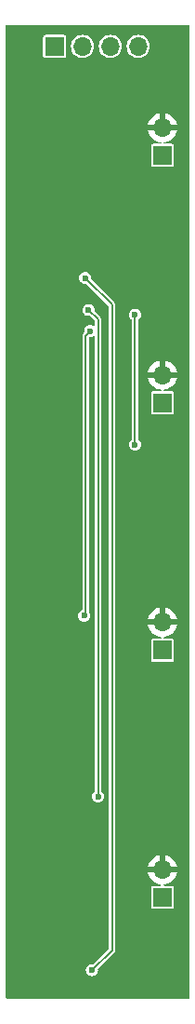
<source format=gbr>
%TF.GenerationSoftware,KiCad,Pcbnew,8.0.1*%
%TF.CreationDate,2025-01-22T20:34:06-07:00*%
%TF.ProjectId,VibrationBand,56696272-6174-4696-9f6e-42616e642e6b,rev?*%
%TF.SameCoordinates,Original*%
%TF.FileFunction,Copper,L2,Bot*%
%TF.FilePolarity,Positive*%
%FSLAX46Y46*%
G04 Gerber Fmt 4.6, Leading zero omitted, Abs format (unit mm)*
G04 Created by KiCad (PCBNEW 8.0.1) date 2025-01-22 20:34:06*
%MOMM*%
%LPD*%
G01*
G04 APERTURE LIST*
%TA.AperFunction,ComponentPad*%
%ADD10R,1.700000X1.700000*%
%TD*%
%TA.AperFunction,ComponentPad*%
%ADD11O,1.700000X1.700000*%
%TD*%
%TA.AperFunction,ViaPad*%
%ADD12C,0.600000*%
%TD*%
%TA.AperFunction,Conductor*%
%ADD13C,0.200000*%
%TD*%
G04 APERTURE END LIST*
D10*
%TO.P,J6,1,Pin_1*%
%TO.N,Net-(D4-A)*%
X119000000Y-127500000D03*
D11*
%TO.P,J6,2,Pin_2*%
%TO.N,Vout*%
X119000000Y-124960000D03*
%TD*%
D10*
%TO.P,J7,1,Pin_1*%
%TO.N,Vcc*%
X109170000Y-50090000D03*
D11*
%TO.P,J7,2,Pin_2*%
%TO.N,GND*%
X111710000Y-50090000D03*
%TO.P,J7,3,Pin_3*%
%TO.N,BPW34*%
X114250000Y-50090000D03*
%TO.P,J7,4,Pin_4*%
%TO.N,GND*%
X116790000Y-50090000D03*
%TD*%
D10*
%TO.P,J5,1,Pin_1*%
%TO.N,Net-(D3-A)*%
X119000000Y-105000000D03*
D11*
%TO.P,J5,2,Pin_2*%
%TO.N,Vout*%
X119000000Y-102460000D03*
%TD*%
D10*
%TO.P,J2,1,Pin_1*%
%TO.N,Net-(D1-A)*%
X119000000Y-60000000D03*
D11*
%TO.P,J2,2,Pin_2*%
%TO.N,Vout*%
X119000000Y-57460000D03*
%TD*%
D10*
%TO.P,J4,1,Pin_1*%
%TO.N,Net-(D2-A)*%
X119000000Y-82500000D03*
D11*
%TO.P,J4,2,Pin_2*%
%TO.N,Vout*%
X119000000Y-79960000D03*
%TD*%
D12*
%TO.N,Vout*%
X118110000Y-92730000D03*
X113740000Y-54400000D03*
X118480000Y-65940000D03*
X117870000Y-110330000D03*
%TO.N,Net-(U1-AREF{slash}PB0)*%
X116490000Y-74490000D03*
X116500000Y-86310000D03*
%TO.N,Net-(U1-PB1)*%
X112410000Y-76000000D03*
X111870000Y-101880000D03*
%TO.N,Net-(U1-PB2)*%
X112260000Y-74060000D03*
X113130000Y-118330000D03*
%TO.N,Net-(U1-XTAL2{slash}PB4)*%
X111960000Y-71150000D03*
X112570000Y-134110000D03*
%TD*%
D13*
%TO.N,Net-(U1-AREF{slash}PB0)*%
X116500000Y-86310000D02*
X116500000Y-74500000D01*
X116500000Y-74500000D02*
X116490000Y-74490000D01*
%TO.N,Net-(U1-PB1)*%
X111980000Y-76430000D02*
X112410000Y-76000000D01*
X111870000Y-101880000D02*
X111980000Y-101770000D01*
X111980000Y-101770000D02*
X111980000Y-76430000D01*
%TO.N,Net-(U1-PB2)*%
X113130000Y-74930000D02*
X113130000Y-118330000D01*
X112260000Y-74060000D02*
X113130000Y-74930000D01*
%TO.N,Net-(U1-XTAL2{slash}PB4)*%
X114400000Y-73590000D02*
X114400000Y-132280000D01*
X114400000Y-132280000D02*
X112570000Y-134110000D01*
X111960000Y-71150000D02*
X114400000Y-73590000D01*
%TD*%
%TA.AperFunction,Conductor*%
%TO.N,Vout*%
G36*
X121422638Y-48178093D02*
G01*
X121448358Y-48222642D01*
X121449500Y-48235700D01*
X121449500Y-136614300D01*
X121431907Y-136662638D01*
X121387358Y-136688358D01*
X121374300Y-136689500D01*
X104785700Y-136689500D01*
X104737362Y-136671907D01*
X104711642Y-136627358D01*
X104710500Y-136614300D01*
X104710500Y-101880000D01*
X111314750Y-101880000D01*
X111333670Y-102023709D01*
X111333671Y-102023711D01*
X111389139Y-102157626D01*
X111477378Y-102272621D01*
X111592373Y-102360860D01*
X111592374Y-102360860D01*
X111592375Y-102360861D01*
X111726291Y-102416330D01*
X111870000Y-102435250D01*
X112013709Y-102416330D01*
X112147625Y-102360861D01*
X112262621Y-102272621D01*
X112350861Y-102157625D01*
X112406330Y-102023709D01*
X112425250Y-101880000D01*
X112406330Y-101736291D01*
X112350861Y-101602375D01*
X112350860Y-101602374D01*
X112350860Y-101602373D01*
X112296040Y-101530930D01*
X112280500Y-101485151D01*
X112280500Y-76623950D01*
X112298093Y-76575612D01*
X112342642Y-76549892D01*
X112365514Y-76549393D01*
X112410000Y-76555250D01*
X112553709Y-76536330D01*
X112687625Y-76480861D01*
X112695534Y-76474791D01*
X112708520Y-76464828D01*
X112757579Y-76449359D01*
X112805103Y-76469043D01*
X112828856Y-76514670D01*
X112829500Y-76524487D01*
X112829500Y-117829607D01*
X112811907Y-117877945D01*
X112800084Y-117889262D01*
X112737379Y-117937379D01*
X112737377Y-117937381D01*
X112737375Y-117937383D01*
X112649139Y-118052373D01*
X112593671Y-118186288D01*
X112593670Y-118186291D01*
X112574750Y-118330000D01*
X112593670Y-118473709D01*
X112593671Y-118473711D01*
X112649139Y-118607626D01*
X112737378Y-118722621D01*
X112852373Y-118810860D01*
X112852374Y-118810860D01*
X112852375Y-118810861D01*
X112986291Y-118866330D01*
X113130000Y-118885250D01*
X113273709Y-118866330D01*
X113407625Y-118810861D01*
X113522621Y-118722621D01*
X113610861Y-118607625D01*
X113666330Y-118473709D01*
X113685250Y-118330000D01*
X113666330Y-118186291D01*
X113610861Y-118052375D01*
X113610860Y-118052374D01*
X113610860Y-118052373D01*
X113522624Y-117937383D01*
X113522621Y-117937379D01*
X113459918Y-117889265D01*
X113432282Y-117845882D01*
X113430500Y-117829607D01*
X113430500Y-74890439D01*
X113410020Y-74814009D01*
X113401660Y-74799529D01*
X113370460Y-74745489D01*
X113314511Y-74689540D01*
X112826316Y-74201345D01*
X112804576Y-74154725D01*
X112804932Y-74138361D01*
X112815250Y-74060000D01*
X112796330Y-73916291D01*
X112740861Y-73782375D01*
X112740860Y-73782374D01*
X112740860Y-73782373D01*
X112652621Y-73667378D01*
X112537626Y-73579139D01*
X112403711Y-73523671D01*
X112403709Y-73523670D01*
X112260000Y-73504750D01*
X112116291Y-73523670D01*
X112116288Y-73523670D01*
X112116288Y-73523671D01*
X111982373Y-73579139D01*
X111867378Y-73667378D01*
X111779139Y-73782373D01*
X111723671Y-73916288D01*
X111723670Y-73916291D01*
X111704750Y-74060000D01*
X111723670Y-74203709D01*
X111723671Y-74203711D01*
X111779139Y-74337626D01*
X111867378Y-74452621D01*
X111982373Y-74540860D01*
X111982374Y-74540860D01*
X111982375Y-74540861D01*
X112116291Y-74596330D01*
X112260000Y-74615250D01*
X112338357Y-74604933D01*
X112388575Y-74616066D01*
X112401345Y-74626316D01*
X112807474Y-75032445D01*
X112829214Y-75079065D01*
X112829500Y-75085619D01*
X112829500Y-75475512D01*
X112811907Y-75523850D01*
X112767358Y-75549570D01*
X112716700Y-75540637D01*
X112708522Y-75535173D01*
X112687625Y-75519139D01*
X112553709Y-75463670D01*
X112410000Y-75444750D01*
X112266291Y-75463670D01*
X112266288Y-75463670D01*
X112266288Y-75463671D01*
X112132373Y-75519139D01*
X112017378Y-75607378D01*
X111929139Y-75722373D01*
X111873671Y-75856288D01*
X111873670Y-75856291D01*
X111854750Y-76000000D01*
X111865065Y-76078355D01*
X111853931Y-76128576D01*
X111843684Y-76141343D01*
X111795490Y-76189539D01*
X111795488Y-76189540D01*
X111739543Y-76245484D01*
X111739539Y-76245490D01*
X111699979Y-76314009D01*
X111679500Y-76390439D01*
X111679500Y-101312803D01*
X111661907Y-101361141D01*
X111633078Y-101382279D01*
X111592372Y-101399139D01*
X111477378Y-101487378D01*
X111389139Y-101602373D01*
X111333671Y-101736288D01*
X111333670Y-101736291D01*
X111314750Y-101880000D01*
X104710500Y-101880000D01*
X104710500Y-71150000D01*
X111404750Y-71150000D01*
X111423670Y-71293709D01*
X111423671Y-71293711D01*
X111479139Y-71427626D01*
X111567378Y-71542621D01*
X111682373Y-71630860D01*
X111682374Y-71630860D01*
X111682375Y-71630861D01*
X111816291Y-71686330D01*
X111960000Y-71705250D01*
X112038357Y-71694933D01*
X112088575Y-71706066D01*
X112101345Y-71716316D01*
X114077474Y-73692445D01*
X114099214Y-73739065D01*
X114099500Y-73745619D01*
X114099500Y-132124380D01*
X114081907Y-132172718D01*
X114077474Y-132177554D01*
X112711345Y-133543682D01*
X112664725Y-133565422D01*
X112648356Y-133565065D01*
X112570000Y-133554750D01*
X112426291Y-133573670D01*
X112426288Y-133573670D01*
X112426288Y-133573671D01*
X112292373Y-133629139D01*
X112177378Y-133717378D01*
X112089139Y-133832373D01*
X112033671Y-133966288D01*
X112033670Y-133966291D01*
X112014750Y-134110000D01*
X112033670Y-134253709D01*
X112033671Y-134253711D01*
X112089139Y-134387626D01*
X112177378Y-134502621D01*
X112292373Y-134590860D01*
X112292374Y-134590860D01*
X112292375Y-134590861D01*
X112426291Y-134646330D01*
X112570000Y-134665250D01*
X112713709Y-134646330D01*
X112847625Y-134590861D01*
X112962621Y-134502621D01*
X113050861Y-134387625D01*
X113106330Y-134253709D01*
X113125250Y-134110000D01*
X113114933Y-134031641D01*
X113126067Y-133981423D01*
X113136311Y-133968658D01*
X114640460Y-132464511D01*
X114680021Y-132395989D01*
X114700500Y-132319562D01*
X114700500Y-125210000D01*
X117669364Y-125210000D01*
X117726568Y-125423490D01*
X117726570Y-125423494D01*
X117826398Y-125637576D01*
X117961885Y-125831072D01*
X117961896Y-125831085D01*
X118128914Y-125998103D01*
X118128927Y-125998114D01*
X118322423Y-126133601D01*
X118322423Y-126133602D01*
X118536505Y-126233429D01*
X118536509Y-126233430D01*
X118764683Y-126294569D01*
X118819736Y-126299386D01*
X118866356Y-126321126D01*
X118888096Y-126367746D01*
X118874782Y-126417433D01*
X118832645Y-126446938D01*
X118813182Y-126449500D01*
X118130251Y-126449500D01*
X118071770Y-126461132D01*
X118071768Y-126461133D01*
X118005448Y-126505448D01*
X117961133Y-126571768D01*
X117961132Y-126571770D01*
X117949500Y-126630251D01*
X117949500Y-128369748D01*
X117961132Y-128428229D01*
X117961133Y-128428231D01*
X118005448Y-128494552D01*
X118071769Y-128538867D01*
X118101010Y-128544683D01*
X118130251Y-128550500D01*
X118130252Y-128550500D01*
X119869749Y-128550500D01*
X119889242Y-128546622D01*
X119928231Y-128538867D01*
X119994552Y-128494552D01*
X120038867Y-128428231D01*
X120050500Y-128369748D01*
X120050500Y-126630252D01*
X120038867Y-126571769D01*
X119994552Y-126505448D01*
X119928231Y-126461133D01*
X119928229Y-126461132D01*
X119869749Y-126449500D01*
X119869748Y-126449500D01*
X119186818Y-126449500D01*
X119138480Y-126431907D01*
X119112760Y-126387358D01*
X119121693Y-126336700D01*
X119161098Y-126303635D01*
X119180264Y-126299386D01*
X119235316Y-126294569D01*
X119463490Y-126233430D01*
X119463494Y-126233429D01*
X119677576Y-126133602D01*
X119677576Y-126133601D01*
X119871072Y-125998114D01*
X119871085Y-125998103D01*
X120038103Y-125831085D01*
X120038114Y-125831072D01*
X120173601Y-125637576D01*
X120173602Y-125637576D01*
X120273429Y-125423494D01*
X120273431Y-125423490D01*
X120330636Y-125210000D01*
X119433012Y-125210000D01*
X119465925Y-125152993D01*
X119500000Y-125025826D01*
X119500000Y-124894174D01*
X119465925Y-124767007D01*
X119433012Y-124710000D01*
X120330636Y-124710000D01*
X120273431Y-124496509D01*
X120273429Y-124496505D01*
X120173603Y-124282427D01*
X120038107Y-124088918D01*
X119871085Y-123921896D01*
X119871072Y-123921885D01*
X119677576Y-123786398D01*
X119677576Y-123786397D01*
X119463494Y-123686570D01*
X119463490Y-123686568D01*
X119250000Y-123629364D01*
X119250000Y-124526988D01*
X119192993Y-124494075D01*
X119065826Y-124460000D01*
X118934174Y-124460000D01*
X118807007Y-124494075D01*
X118750000Y-124526988D01*
X118750000Y-123629364D01*
X118536509Y-123686568D01*
X118536505Y-123686570D01*
X118322427Y-123786396D01*
X118128918Y-123921892D01*
X117961892Y-124088918D01*
X117826396Y-124282427D01*
X117726570Y-124496505D01*
X117726568Y-124496509D01*
X117669364Y-124710000D01*
X118566988Y-124710000D01*
X118534075Y-124767007D01*
X118500000Y-124894174D01*
X118500000Y-125025826D01*
X118534075Y-125152993D01*
X118566988Y-125210000D01*
X117669364Y-125210000D01*
X114700500Y-125210000D01*
X114700500Y-102710000D01*
X117669364Y-102710000D01*
X117726568Y-102923490D01*
X117726570Y-102923494D01*
X117826398Y-103137576D01*
X117961885Y-103331072D01*
X117961896Y-103331085D01*
X118128914Y-103498103D01*
X118128927Y-103498114D01*
X118322423Y-103633601D01*
X118322423Y-103633602D01*
X118536505Y-103733429D01*
X118536509Y-103733430D01*
X118764683Y-103794569D01*
X118819736Y-103799386D01*
X118866356Y-103821126D01*
X118888096Y-103867746D01*
X118874782Y-103917433D01*
X118832645Y-103946938D01*
X118813182Y-103949500D01*
X118130251Y-103949500D01*
X118071770Y-103961132D01*
X118071768Y-103961133D01*
X118005448Y-104005448D01*
X117961133Y-104071768D01*
X117961132Y-104071770D01*
X117949500Y-104130251D01*
X117949500Y-105869748D01*
X117961132Y-105928229D01*
X117961133Y-105928231D01*
X118005448Y-105994552D01*
X118071769Y-106038867D01*
X118101010Y-106044683D01*
X118130251Y-106050500D01*
X118130252Y-106050500D01*
X119869749Y-106050500D01*
X119889242Y-106046622D01*
X119928231Y-106038867D01*
X119994552Y-105994552D01*
X120038867Y-105928231D01*
X120050500Y-105869748D01*
X120050500Y-104130252D01*
X120038867Y-104071769D01*
X119994552Y-104005448D01*
X119928231Y-103961133D01*
X119928229Y-103961132D01*
X119869749Y-103949500D01*
X119869748Y-103949500D01*
X119186818Y-103949500D01*
X119138480Y-103931907D01*
X119112760Y-103887358D01*
X119121693Y-103836700D01*
X119161098Y-103803635D01*
X119180264Y-103799386D01*
X119235316Y-103794569D01*
X119463490Y-103733430D01*
X119463494Y-103733429D01*
X119677576Y-103633602D01*
X119677576Y-103633601D01*
X119871072Y-103498114D01*
X119871085Y-103498103D01*
X120038103Y-103331085D01*
X120038114Y-103331072D01*
X120173601Y-103137576D01*
X120173602Y-103137576D01*
X120273429Y-102923494D01*
X120273431Y-102923490D01*
X120330636Y-102710000D01*
X119433012Y-102710000D01*
X119465925Y-102652993D01*
X119500000Y-102525826D01*
X119500000Y-102394174D01*
X119465925Y-102267007D01*
X119433012Y-102210000D01*
X120330636Y-102210000D01*
X120273431Y-101996509D01*
X120273429Y-101996505D01*
X120173603Y-101782427D01*
X120038107Y-101588918D01*
X119871085Y-101421896D01*
X119871072Y-101421885D01*
X119677576Y-101286398D01*
X119677576Y-101286397D01*
X119463494Y-101186570D01*
X119463490Y-101186568D01*
X119250000Y-101129364D01*
X119250000Y-102026988D01*
X119192993Y-101994075D01*
X119065826Y-101960000D01*
X118934174Y-101960000D01*
X118807007Y-101994075D01*
X118750000Y-102026988D01*
X118750000Y-101129364D01*
X118536509Y-101186568D01*
X118536505Y-101186570D01*
X118322427Y-101286396D01*
X118128918Y-101421892D01*
X117961892Y-101588918D01*
X117826396Y-101782427D01*
X117726570Y-101996505D01*
X117726568Y-101996509D01*
X117669364Y-102210000D01*
X118566988Y-102210000D01*
X118534075Y-102267007D01*
X118500000Y-102394174D01*
X118500000Y-102525826D01*
X118534075Y-102652993D01*
X118566988Y-102710000D01*
X117669364Y-102710000D01*
X114700500Y-102710000D01*
X114700500Y-74490000D01*
X115934750Y-74490000D01*
X115953670Y-74633709D01*
X115953671Y-74633711D01*
X116009139Y-74767626D01*
X116044732Y-74814011D01*
X116097379Y-74882621D01*
X116170078Y-74938405D01*
X116197717Y-74981788D01*
X116199500Y-74998065D01*
X116199500Y-85809607D01*
X116181907Y-85857945D01*
X116170084Y-85869262D01*
X116107379Y-85917379D01*
X116107377Y-85917381D01*
X116107375Y-85917383D01*
X116019139Y-86032373D01*
X115963671Y-86166288D01*
X115963670Y-86166291D01*
X115944750Y-86310000D01*
X115963670Y-86453709D01*
X115963671Y-86453711D01*
X116019139Y-86587626D01*
X116107378Y-86702621D01*
X116222373Y-86790860D01*
X116222374Y-86790860D01*
X116222375Y-86790861D01*
X116356291Y-86846330D01*
X116500000Y-86865250D01*
X116643709Y-86846330D01*
X116777625Y-86790861D01*
X116892621Y-86702621D01*
X116980861Y-86587625D01*
X117036330Y-86453709D01*
X117055250Y-86310000D01*
X117036330Y-86166291D01*
X116980861Y-86032375D01*
X116980860Y-86032374D01*
X116980860Y-86032373D01*
X116892624Y-85917383D01*
X116892621Y-85917379D01*
X116829918Y-85869265D01*
X116802282Y-85825882D01*
X116800500Y-85809607D01*
X116800500Y-80210000D01*
X117669364Y-80210000D01*
X117726568Y-80423490D01*
X117726570Y-80423494D01*
X117826398Y-80637576D01*
X117961885Y-80831072D01*
X117961896Y-80831085D01*
X118128914Y-80998103D01*
X118128927Y-80998114D01*
X118322423Y-81133601D01*
X118322423Y-81133602D01*
X118536505Y-81233429D01*
X118536509Y-81233430D01*
X118764683Y-81294569D01*
X118819736Y-81299386D01*
X118866356Y-81321126D01*
X118888096Y-81367746D01*
X118874782Y-81417433D01*
X118832645Y-81446938D01*
X118813182Y-81449500D01*
X118130251Y-81449500D01*
X118071770Y-81461132D01*
X118071768Y-81461133D01*
X118005448Y-81505448D01*
X117961133Y-81571768D01*
X117961132Y-81571770D01*
X117949500Y-81630251D01*
X117949500Y-83369748D01*
X117961132Y-83428229D01*
X117961133Y-83428231D01*
X118005448Y-83494552D01*
X118071769Y-83538867D01*
X118101010Y-83544683D01*
X118130251Y-83550500D01*
X118130252Y-83550500D01*
X119869749Y-83550500D01*
X119889242Y-83546622D01*
X119928231Y-83538867D01*
X119994552Y-83494552D01*
X120038867Y-83428231D01*
X120050500Y-83369748D01*
X120050500Y-81630252D01*
X120038867Y-81571769D01*
X119994552Y-81505448D01*
X119928231Y-81461133D01*
X119928229Y-81461132D01*
X119869749Y-81449500D01*
X119869748Y-81449500D01*
X119186818Y-81449500D01*
X119138480Y-81431907D01*
X119112760Y-81387358D01*
X119121693Y-81336700D01*
X119161098Y-81303635D01*
X119180264Y-81299386D01*
X119235316Y-81294569D01*
X119463490Y-81233430D01*
X119463494Y-81233429D01*
X119677576Y-81133602D01*
X119677576Y-81133601D01*
X119871072Y-80998114D01*
X119871085Y-80998103D01*
X120038103Y-80831085D01*
X120038114Y-80831072D01*
X120173601Y-80637576D01*
X120173602Y-80637576D01*
X120273429Y-80423494D01*
X120273431Y-80423490D01*
X120330636Y-80210000D01*
X119433012Y-80210000D01*
X119465925Y-80152993D01*
X119500000Y-80025826D01*
X119500000Y-79894174D01*
X119465925Y-79767007D01*
X119433012Y-79710000D01*
X120330636Y-79710000D01*
X120273431Y-79496509D01*
X120273429Y-79496505D01*
X120173603Y-79282427D01*
X120038107Y-79088918D01*
X119871085Y-78921896D01*
X119871072Y-78921885D01*
X119677576Y-78786398D01*
X119677576Y-78786397D01*
X119463494Y-78686570D01*
X119463490Y-78686568D01*
X119250000Y-78629364D01*
X119250000Y-79526988D01*
X119192993Y-79494075D01*
X119065826Y-79460000D01*
X118934174Y-79460000D01*
X118807007Y-79494075D01*
X118750000Y-79526988D01*
X118750000Y-78629364D01*
X118536509Y-78686568D01*
X118536505Y-78686570D01*
X118322427Y-78786396D01*
X118128918Y-78921892D01*
X117961892Y-79088918D01*
X117826396Y-79282427D01*
X117726570Y-79496505D01*
X117726568Y-79496509D01*
X117669364Y-79710000D01*
X118566988Y-79710000D01*
X118534075Y-79767007D01*
X118500000Y-79894174D01*
X118500000Y-80025826D01*
X118534075Y-80152993D01*
X118566988Y-80210000D01*
X117669364Y-80210000D01*
X116800500Y-80210000D01*
X116800500Y-74982718D01*
X116818093Y-74934380D01*
X116829917Y-74923061D01*
X116882621Y-74882621D01*
X116970861Y-74767625D01*
X117026330Y-74633709D01*
X117045250Y-74490000D01*
X117026330Y-74346291D01*
X116970861Y-74212375D01*
X116970860Y-74212374D01*
X116970860Y-74212373D01*
X116882621Y-74097378D01*
X116767626Y-74009139D01*
X116633711Y-73953671D01*
X116633709Y-73953670D01*
X116490000Y-73934750D01*
X116346291Y-73953670D01*
X116346288Y-73953670D01*
X116346288Y-73953671D01*
X116212373Y-74009139D01*
X116097378Y-74097378D01*
X116009139Y-74212373D01*
X115957259Y-74337626D01*
X115953670Y-74346291D01*
X115934750Y-74490000D01*
X114700500Y-74490000D01*
X114700500Y-73550438D01*
X114680021Y-73474011D01*
X114640460Y-73405489D01*
X114584511Y-73349540D01*
X112526316Y-71291345D01*
X112504576Y-71244725D01*
X112504932Y-71228361D01*
X112515250Y-71150000D01*
X112496330Y-71006291D01*
X112440861Y-70872375D01*
X112440860Y-70872374D01*
X112440860Y-70872373D01*
X112352621Y-70757378D01*
X112237626Y-70669139D01*
X112103711Y-70613671D01*
X112103709Y-70613670D01*
X111960000Y-70594750D01*
X111816291Y-70613670D01*
X111816288Y-70613670D01*
X111816288Y-70613671D01*
X111682373Y-70669139D01*
X111567378Y-70757378D01*
X111479139Y-70872373D01*
X111423671Y-71006288D01*
X111423670Y-71006291D01*
X111404750Y-71150000D01*
X104710500Y-71150000D01*
X104710500Y-57710000D01*
X117669364Y-57710000D01*
X117726568Y-57923490D01*
X117726570Y-57923494D01*
X117826398Y-58137576D01*
X117961885Y-58331072D01*
X117961896Y-58331085D01*
X118128914Y-58498103D01*
X118128927Y-58498114D01*
X118322423Y-58633601D01*
X118322423Y-58633602D01*
X118536505Y-58733429D01*
X118536509Y-58733430D01*
X118764683Y-58794569D01*
X118819736Y-58799386D01*
X118866356Y-58821126D01*
X118888096Y-58867746D01*
X118874782Y-58917433D01*
X118832645Y-58946938D01*
X118813182Y-58949500D01*
X118130251Y-58949500D01*
X118071770Y-58961132D01*
X118071768Y-58961133D01*
X118005448Y-59005448D01*
X117961133Y-59071768D01*
X117961132Y-59071770D01*
X117949500Y-59130251D01*
X117949500Y-60869748D01*
X117961132Y-60928229D01*
X117961133Y-60928231D01*
X118005448Y-60994552D01*
X118071769Y-61038867D01*
X118101010Y-61044683D01*
X118130251Y-61050500D01*
X118130252Y-61050500D01*
X119869749Y-61050500D01*
X119889242Y-61046622D01*
X119928231Y-61038867D01*
X119994552Y-60994552D01*
X120038867Y-60928231D01*
X120050500Y-60869748D01*
X120050500Y-59130252D01*
X120038867Y-59071769D01*
X119994552Y-59005448D01*
X119928231Y-58961133D01*
X119928229Y-58961132D01*
X119869749Y-58949500D01*
X119869748Y-58949500D01*
X119186818Y-58949500D01*
X119138480Y-58931907D01*
X119112760Y-58887358D01*
X119121693Y-58836700D01*
X119161098Y-58803635D01*
X119180264Y-58799386D01*
X119235316Y-58794569D01*
X119463490Y-58733430D01*
X119463494Y-58733429D01*
X119677576Y-58633602D01*
X119677576Y-58633601D01*
X119871072Y-58498114D01*
X119871085Y-58498103D01*
X120038103Y-58331085D01*
X120038114Y-58331072D01*
X120173601Y-58137576D01*
X120173602Y-58137576D01*
X120273429Y-57923494D01*
X120273431Y-57923490D01*
X120330636Y-57710000D01*
X119433012Y-57710000D01*
X119465925Y-57652993D01*
X119500000Y-57525826D01*
X119500000Y-57394174D01*
X119465925Y-57267007D01*
X119433012Y-57210000D01*
X120330636Y-57210000D01*
X120273431Y-56996509D01*
X120273429Y-56996505D01*
X120173603Y-56782427D01*
X120038107Y-56588918D01*
X119871085Y-56421896D01*
X119871072Y-56421885D01*
X119677576Y-56286398D01*
X119677576Y-56286397D01*
X119463494Y-56186570D01*
X119463490Y-56186568D01*
X119250000Y-56129364D01*
X119250000Y-57026988D01*
X119192993Y-56994075D01*
X119065826Y-56960000D01*
X118934174Y-56960000D01*
X118807007Y-56994075D01*
X118750000Y-57026988D01*
X118750000Y-56129364D01*
X118536509Y-56186568D01*
X118536505Y-56186570D01*
X118322427Y-56286396D01*
X118128918Y-56421892D01*
X117961892Y-56588918D01*
X117826396Y-56782427D01*
X117726570Y-56996505D01*
X117726568Y-56996509D01*
X117669364Y-57210000D01*
X118566988Y-57210000D01*
X118534075Y-57267007D01*
X118500000Y-57394174D01*
X118500000Y-57525826D01*
X118534075Y-57652993D01*
X118566988Y-57710000D01*
X117669364Y-57710000D01*
X104710500Y-57710000D01*
X104710500Y-50959748D01*
X108119500Y-50959748D01*
X108131132Y-51018229D01*
X108131133Y-51018231D01*
X108175448Y-51084552D01*
X108241769Y-51128867D01*
X108271010Y-51134683D01*
X108300251Y-51140500D01*
X108300252Y-51140500D01*
X110039749Y-51140500D01*
X110059242Y-51136622D01*
X110098231Y-51128867D01*
X110164552Y-51084552D01*
X110208867Y-51018231D01*
X110220500Y-50959748D01*
X110220500Y-50090000D01*
X110654417Y-50090000D01*
X110674699Y-50295932D01*
X110734765Y-50493947D01*
X110734770Y-50493959D01*
X110832312Y-50676445D01*
X110832315Y-50676450D01*
X110963590Y-50836410D01*
X111123550Y-50967685D01*
X111306046Y-51065232D01*
X111306050Y-51065233D01*
X111306052Y-51065234D01*
X111369733Y-51084551D01*
X111504066Y-51125300D01*
X111710000Y-51145583D01*
X111915934Y-51125300D01*
X112113954Y-51065232D01*
X112296450Y-50967685D01*
X112456410Y-50836410D01*
X112587685Y-50676450D01*
X112685232Y-50493954D01*
X112745300Y-50295934D01*
X112765583Y-50090000D01*
X113194417Y-50090000D01*
X113214699Y-50295932D01*
X113274765Y-50493947D01*
X113274770Y-50493959D01*
X113372312Y-50676445D01*
X113372315Y-50676450D01*
X113503590Y-50836410D01*
X113663550Y-50967685D01*
X113846046Y-51065232D01*
X113846050Y-51065233D01*
X113846052Y-51065234D01*
X113909733Y-51084551D01*
X114044066Y-51125300D01*
X114250000Y-51145583D01*
X114455934Y-51125300D01*
X114653954Y-51065232D01*
X114836450Y-50967685D01*
X114996410Y-50836410D01*
X115127685Y-50676450D01*
X115225232Y-50493954D01*
X115285300Y-50295934D01*
X115305583Y-50090000D01*
X115734417Y-50090000D01*
X115754699Y-50295932D01*
X115814765Y-50493947D01*
X115814770Y-50493959D01*
X115912312Y-50676445D01*
X115912315Y-50676450D01*
X116043590Y-50836410D01*
X116203550Y-50967685D01*
X116386046Y-51065232D01*
X116386050Y-51065233D01*
X116386052Y-51065234D01*
X116449733Y-51084551D01*
X116584066Y-51125300D01*
X116790000Y-51145583D01*
X116995934Y-51125300D01*
X117193954Y-51065232D01*
X117376450Y-50967685D01*
X117536410Y-50836410D01*
X117667685Y-50676450D01*
X117765232Y-50493954D01*
X117825300Y-50295934D01*
X117845583Y-50090000D01*
X117825300Y-49884066D01*
X117765232Y-49686046D01*
X117667685Y-49503550D01*
X117536410Y-49343590D01*
X117376450Y-49212315D01*
X117376445Y-49212312D01*
X117193959Y-49114770D01*
X117193947Y-49114765D01*
X116995932Y-49054699D01*
X116790000Y-49034417D01*
X116584067Y-49054699D01*
X116386052Y-49114765D01*
X116386040Y-49114770D01*
X116203554Y-49212312D01*
X116203549Y-49212315D01*
X116043590Y-49343590D01*
X115912315Y-49503549D01*
X115912312Y-49503554D01*
X115814770Y-49686040D01*
X115814765Y-49686052D01*
X115754699Y-49884067D01*
X115734417Y-50090000D01*
X115305583Y-50090000D01*
X115285300Y-49884066D01*
X115225232Y-49686046D01*
X115127685Y-49503550D01*
X114996410Y-49343590D01*
X114836450Y-49212315D01*
X114836445Y-49212312D01*
X114653959Y-49114770D01*
X114653947Y-49114765D01*
X114455932Y-49054699D01*
X114250000Y-49034417D01*
X114044067Y-49054699D01*
X113846052Y-49114765D01*
X113846040Y-49114770D01*
X113663554Y-49212312D01*
X113663549Y-49212315D01*
X113503590Y-49343590D01*
X113372315Y-49503549D01*
X113372312Y-49503554D01*
X113274770Y-49686040D01*
X113274765Y-49686052D01*
X113214699Y-49884067D01*
X113194417Y-50090000D01*
X112765583Y-50090000D01*
X112745300Y-49884066D01*
X112685232Y-49686046D01*
X112587685Y-49503550D01*
X112456410Y-49343590D01*
X112296450Y-49212315D01*
X112296445Y-49212312D01*
X112113959Y-49114770D01*
X112113947Y-49114765D01*
X111915932Y-49054699D01*
X111710000Y-49034417D01*
X111504067Y-49054699D01*
X111306052Y-49114765D01*
X111306040Y-49114770D01*
X111123554Y-49212312D01*
X111123549Y-49212315D01*
X110963590Y-49343590D01*
X110832315Y-49503549D01*
X110832312Y-49503554D01*
X110734770Y-49686040D01*
X110734765Y-49686052D01*
X110674699Y-49884067D01*
X110654417Y-50090000D01*
X110220500Y-50090000D01*
X110220500Y-49220252D01*
X110208867Y-49161769D01*
X110164552Y-49095448D01*
X110098231Y-49051133D01*
X110098229Y-49051132D01*
X110039749Y-49039500D01*
X110039748Y-49039500D01*
X108300252Y-49039500D01*
X108300251Y-49039500D01*
X108241770Y-49051132D01*
X108241768Y-49051133D01*
X108175448Y-49095448D01*
X108131133Y-49161768D01*
X108131132Y-49161770D01*
X108119500Y-49220251D01*
X108119500Y-50959748D01*
X104710500Y-50959748D01*
X104710500Y-48235700D01*
X104728093Y-48187362D01*
X104772642Y-48161642D01*
X104785700Y-48160500D01*
X121374300Y-48160500D01*
X121422638Y-48178093D01*
G37*
%TD.AperFunction*%
%TD*%
M02*

</source>
